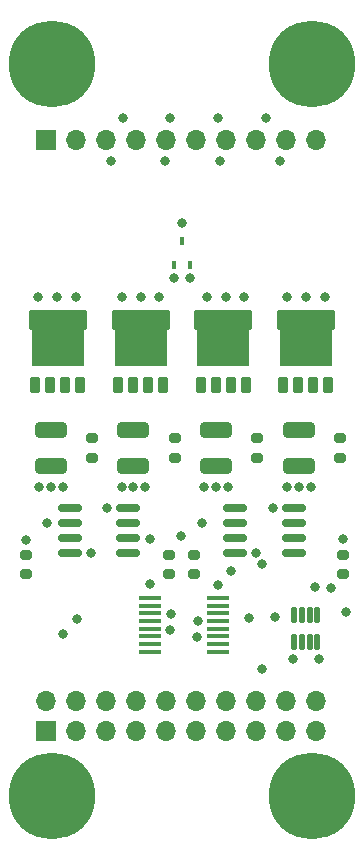
<source format=gbr>
%TF.GenerationSoftware,KiCad,Pcbnew,7.0.9*%
%TF.CreationDate,2024-02-15T22:31:25-05:00*%
%TF.ProjectId,pbm_driver4,70626d5f-6472-4697-9665-72342e6b6963,rev?*%
%TF.SameCoordinates,PX2625a0PY53ec60*%
%TF.FileFunction,Soldermask,Top*%
%TF.FilePolarity,Negative*%
%FSLAX46Y46*%
G04 Gerber Fmt 4.6, Leading zero omitted, Abs format (unit mm)*
G04 Created by KiCad (PCBNEW 7.0.9) date 2024-02-15 22:31:25*
%MOMM*%
%LPD*%
G01*
G04 APERTURE LIST*
G04 Aperture macros list*
%AMRoundRect*
0 Rectangle with rounded corners*
0 $1 Rounding radius*
0 $2 $3 $4 $5 $6 $7 $8 $9 X,Y pos of 4 corners*
0 Add a 4 corners polygon primitive as box body*
4,1,4,$2,$3,$4,$5,$6,$7,$8,$9,$2,$3,0*
0 Add four circle primitives for the rounded corners*
1,1,$1+$1,$2,$3*
1,1,$1+$1,$4,$5*
1,1,$1+$1,$6,$7*
1,1,$1+$1,$8,$9*
0 Add four rect primitives between the rounded corners*
20,1,$1+$1,$2,$3,$4,$5,0*
20,1,$1+$1,$4,$5,$6,$7,0*
20,1,$1+$1,$6,$7,$8,$9,0*
20,1,$1+$1,$8,$9,$2,$3,0*%
%AMFreePoly0*
4,1,21,3.024497,2.399497,3.045000,2.350000,3.045000,-2.350000,3.024497,-2.399497,2.975000,-2.420000,1.425000,-2.420000,1.375503,-2.399497,1.355000,-2.350000,1.355000,-2.170000,-1.650000,-2.170000,-1.699497,-2.149497,-1.720000,-2.100000,-1.720000,2.100000,-1.699497,2.149497,-1.650000,2.170000,1.355000,2.170000,1.355000,2.350000,1.375503,2.399497,1.425000,2.420000,2.975000,2.420000,
3.024497,2.399497,3.024497,2.399497,$1*%
G04 Aperture macros list end*
%ADD10R,1.700000X1.700000*%
%ADD11O,1.700000X1.700000*%
%ADD12R,1.955432X0.420766*%
%ADD13RoundRect,0.070000X-0.350000X-0.575000X0.350000X-0.575000X0.350000X0.575000X-0.350000X0.575000X0*%
%ADD14FreePoly0,90.000000*%
%ADD15RoundRect,0.125000X-0.125000X0.537500X-0.125000X-0.537500X0.125000X-0.537500X0.125000X0.537500X0*%
%ADD16RoundRect,0.150000X-0.825000X-0.150000X0.825000X-0.150000X0.825000X0.150000X-0.825000X0.150000X0*%
%ADD17RoundRect,0.200000X-0.275000X0.200000X-0.275000X-0.200000X0.275000X-0.200000X0.275000X0.200000X0*%
%ADD18RoundRect,0.250000X-1.075000X0.400000X-1.075000X-0.400000X1.075000X-0.400000X1.075000X0.400000X0*%
%ADD19R,0.450000X0.700000*%
%ADD20C,7.330000*%
%ADD21C,0.800000*%
G04 APERTURE END LIST*
D10*
%TO.C,J1*%
X3500000Y9500000D03*
D11*
X3500000Y12040000D03*
X6040000Y9500000D03*
X6040000Y12040000D03*
X8580000Y9500000D03*
X8580000Y12040000D03*
X11120000Y9500000D03*
X11120000Y12040000D03*
X13660000Y9500000D03*
X13660000Y12040000D03*
X16200000Y9500000D03*
X16200000Y12040000D03*
X18740000Y9500000D03*
X18740000Y12040000D03*
X21280000Y9500000D03*
X21280000Y12040000D03*
X23820000Y9500000D03*
X23820000Y12040000D03*
X26360000Y9500000D03*
X26360000Y12040000D03*
%TD*%
D10*
%TO.C,J2*%
X3500000Y59600000D03*
D11*
X6040000Y59600000D03*
X8580000Y59600000D03*
X11120000Y59600000D03*
X13660000Y59600000D03*
X16200000Y59600000D03*
X18740000Y59600000D03*
X21280000Y59600000D03*
X23820000Y59600000D03*
X26360000Y59600000D03*
%TD*%
D12*
%TO.C,U10*%
X12324616Y20774999D03*
X12324616Y20125001D03*
X12324616Y19474999D03*
X12324616Y18825001D03*
X12324616Y18174999D03*
X12324616Y17525001D03*
X12324616Y16874999D03*
X12324616Y16225001D03*
X18075384Y16225001D03*
X18075384Y16874999D03*
X18075384Y17525001D03*
X18075384Y18174999D03*
X18075384Y18825001D03*
X18075384Y19474999D03*
X18075384Y20125001D03*
X18075384Y20774999D03*
%TD*%
D13*
%TO.C,Q4*%
X23590000Y38830000D03*
X24860000Y38830000D03*
X26140000Y38830000D03*
X27410000Y38830000D03*
D14*
X25500000Y42100000D03*
%TD*%
D13*
%TO.C,Q3*%
X16590000Y38830000D03*
X17860000Y38830000D03*
X19140000Y38830000D03*
X20410000Y38830000D03*
D14*
X18500000Y42100000D03*
%TD*%
D13*
%TO.C,Q2*%
X9590000Y38830000D03*
X10860000Y38830000D03*
X12140000Y38830000D03*
X13410000Y38830000D03*
D14*
X11500000Y42100000D03*
%TD*%
D13*
%TO.C,Q1*%
X2590000Y38830000D03*
X3860000Y38830000D03*
X5140000Y38830000D03*
X6410000Y38830000D03*
D14*
X4500000Y42100000D03*
%TD*%
D15*
%TO.C,U3*%
X26475000Y19337500D03*
X25825000Y19337500D03*
X25175000Y19337500D03*
X24525000Y19337500D03*
X24525000Y17062500D03*
X25175000Y17062500D03*
X25825000Y17062500D03*
X26475000Y17062500D03*
%TD*%
D16*
%TO.C,U2*%
X19525000Y28405000D03*
X19525000Y27135000D03*
X19525000Y25865000D03*
X19525000Y24595000D03*
X24475000Y24595000D03*
X24475000Y25865000D03*
X24475000Y27135000D03*
X24475000Y28405000D03*
%TD*%
%TO.C,U1*%
X5525000Y28405000D03*
X5525000Y27135000D03*
X5525000Y25865000D03*
X5525000Y24595000D03*
X10475000Y24595000D03*
X10475000Y25865000D03*
X10475000Y27135000D03*
X10475000Y28405000D03*
%TD*%
D17*
%TO.C,R24*%
X28600000Y22775000D03*
X28600000Y24425000D03*
%TD*%
%TO.C,R23*%
X16000000Y22775000D03*
X16000000Y24425000D03*
%TD*%
%TO.C,R22*%
X13900000Y22775000D03*
X13900000Y24425000D03*
%TD*%
%TO.C,R21*%
X1800000Y22775000D03*
X1800000Y24425000D03*
%TD*%
%TO.C,R14*%
X28400000Y32675000D03*
X28400000Y34325000D03*
%TD*%
%TO.C,R13*%
X21400000Y32675000D03*
X21400000Y34325000D03*
%TD*%
%TO.C,R12*%
X14400000Y32675000D03*
X14400000Y34325000D03*
%TD*%
%TO.C,R11*%
X7400000Y32675000D03*
X7400000Y34325000D03*
%TD*%
D18*
%TO.C,R4*%
X24900000Y35050000D03*
X24900000Y31950000D03*
%TD*%
%TO.C,R3*%
X17900000Y35050000D03*
X17900000Y31950000D03*
%TD*%
%TO.C,R2*%
X10900000Y35050000D03*
X10900000Y31950000D03*
%TD*%
%TO.C,R1*%
X3900000Y35050000D03*
X3900000Y31950000D03*
%TD*%
D19*
%TO.C,Q5*%
X14350000Y49000000D03*
X15650000Y49000000D03*
X15000000Y51000000D03*
%TD*%
D20*
%TO.C,H4*%
X26000000Y4000000D03*
%TD*%
%TO.C,H3*%
X4000000Y4000000D03*
%TD*%
%TO.C,H2*%
X26000000Y66000000D03*
%TD*%
%TO.C,H1*%
X4000000Y66000000D03*
%TD*%
D21*
X8700000Y28400000D03*
X22700000Y28400000D03*
X4900000Y30200000D03*
X10900000Y30200000D03*
X15000000Y52500000D03*
X14900000Y26000000D03*
X17900000Y30200000D03*
X11900000Y30200000D03*
X3900000Y30200000D03*
X18100000Y61400000D03*
X28600000Y25800000D03*
X21300000Y24600000D03*
X2900000Y30200000D03*
X1800000Y25700000D03*
X9000000Y57800000D03*
X18200000Y57800000D03*
X23300000Y57800000D03*
X13600000Y57800000D03*
X14000000Y18100000D03*
X24450500Y15600000D03*
X9900000Y30200000D03*
X24900000Y30200000D03*
X10000000Y61400000D03*
X25900000Y30200000D03*
X18900000Y30200000D03*
X7300000Y24600000D03*
X16900000Y30200000D03*
X14000000Y61400000D03*
X23900000Y30200000D03*
X22100000Y61400000D03*
X21800000Y23700000D03*
X16400000Y18800000D03*
X28900000Y19600000D03*
X21800000Y14800000D03*
X26600000Y15600000D03*
X6000000Y46300000D03*
X4400000Y46300000D03*
X2800000Y46300000D03*
X11500000Y46300000D03*
X13100000Y46300000D03*
X9900000Y46300000D03*
X18700000Y46300000D03*
X17100000Y46300000D03*
X20300000Y46300000D03*
X25500000Y46300000D03*
X23900000Y46300000D03*
X27100000Y46300000D03*
X3565000Y27135000D03*
X12300000Y25800000D03*
X16665000Y27135000D03*
X19200000Y23100000D03*
X4900000Y17700000D03*
X18100000Y21900000D03*
X12300000Y22000000D03*
X14100000Y19400000D03*
X16300000Y17500000D03*
X6100000Y19000000D03*
X22900000Y19162299D03*
X20700000Y19100000D03*
X26300000Y21700000D03*
X14300000Y47900000D03*
X27600000Y21600000D03*
X15700000Y47900000D03*
M02*

</source>
